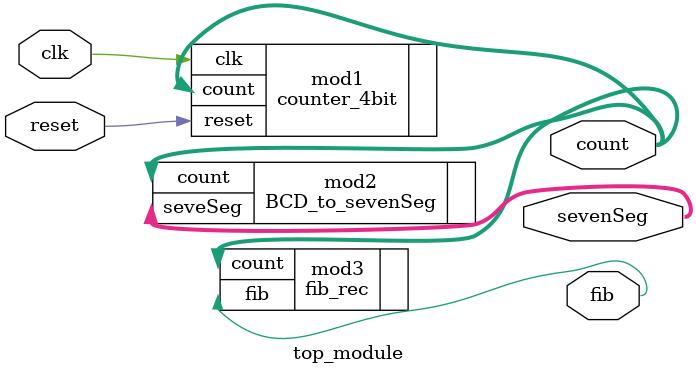
<source format=sv>
`timescale 1ns / 1ps


module top_module(
            input logic clk,reset,
            output logic [3:0] count, 
            output logic [7:0] sevenSeg,
            output logic fib

 );
 
    
    counter_4bit #(
        .WIDTH(8)
    )mod1(
        .clk(clk),
        .reset(reset),
        .count(count)
    );
    
    BCD_to_sevenSeg #(
        .WIDTH(8)
    )mod2(
        .count(count),
        .seveSeg(sevenSeg)
    );
    
    fib_rec #(
        .WIDTH(8)
    )mod3(
        .count(count),
        .fib(fib)
    );
        
    
endmodule

</source>
